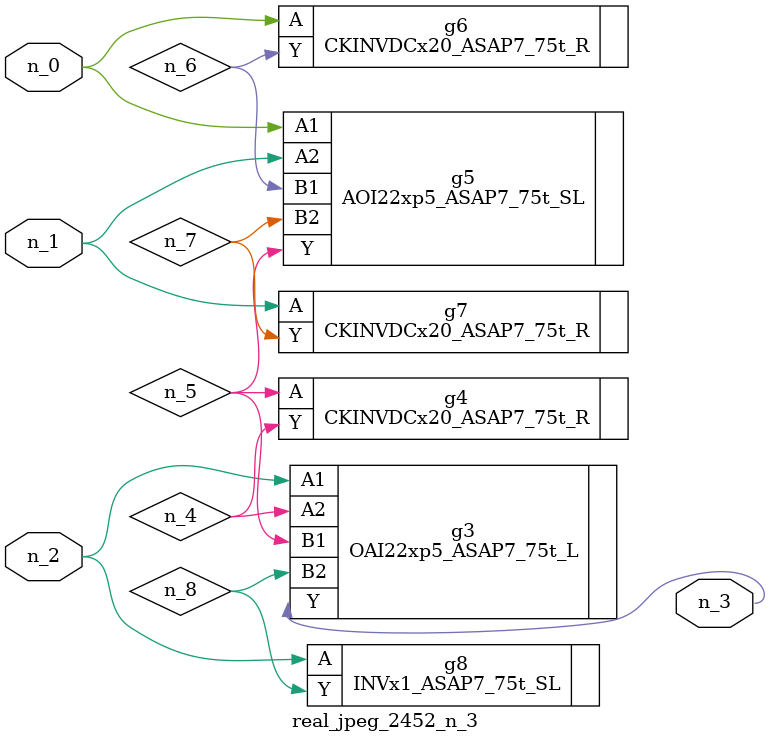
<source format=v>
module real_jpeg_2452_n_3 (n_1, n_0, n_2, n_3);

input n_1;
input n_0;
input n_2;

output n_3;

wire n_5;
wire n_4;
wire n_8;
wire n_6;
wire n_7;

AOI22xp5_ASAP7_75t_SL g5 ( 
.A1(n_0),
.A2(n_1),
.B1(n_6),
.B2(n_7),
.Y(n_5)
);

CKINVDCx20_ASAP7_75t_R g6 ( 
.A(n_0),
.Y(n_6)
);

CKINVDCx20_ASAP7_75t_R g7 ( 
.A(n_1),
.Y(n_7)
);

OAI22xp5_ASAP7_75t_L g3 ( 
.A1(n_2),
.A2(n_4),
.B1(n_5),
.B2(n_8),
.Y(n_3)
);

INVx1_ASAP7_75t_SL g8 ( 
.A(n_2),
.Y(n_8)
);

CKINVDCx20_ASAP7_75t_R g4 ( 
.A(n_5),
.Y(n_4)
);


endmodule
</source>
